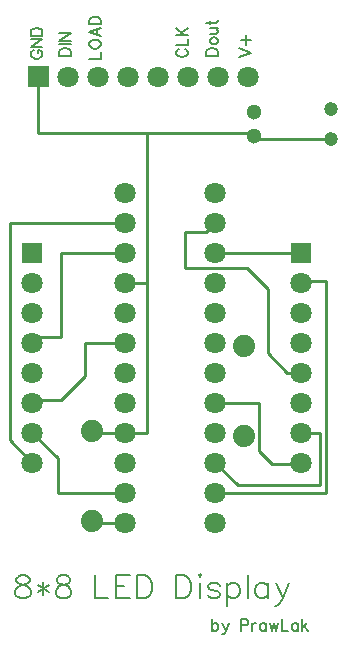
<source format=gtl>
G04 Layer: TopLayer*
G04 EasyEDA v6.5.9, 2022-08-12 00:02:45*
G04 2a9479771ff5440bbc068576edc866e0,fa163e59c691420ea6e3b66f1dbf35ee,10*
G04 Gerber Generator version 0.2*
G04 Scale: 100 percent, Rotated: No, Reflected: No *
G04 Dimensions in millimeters *
G04 leading zeros omitted , absolute positions ,4 integer and 5 decimal *
%FSLAX45Y45*%
%MOMM*%

%ADD10C,0.2050*%
%ADD11C,0.2032*%
%ADD12C,0.2540*%
%ADD13R,1.8000X1.8000*%
%ADD14C,1.8000*%
%ADD15C,1.3000*%
%ADD16C,1.1938*%
%ADD17C,1.8796*%
%ADD18C,1.5240*%
%ADD19C,0.0114*%

%LPD*%
D10*
X2192522Y5805683D02*
G01*
X2164836Y5796539D01*
X2155438Y5777997D01*
X2155438Y5759455D01*
X2164836Y5741167D01*
X2183124Y5731769D01*
X2220208Y5722625D01*
X2247894Y5713481D01*
X2266436Y5694939D01*
X2275580Y5676397D01*
X2275580Y5648711D01*
X2266436Y5630169D01*
X2257038Y5621025D01*
X2229352Y5611881D01*
X2192522Y5611881D01*
X2164836Y5621025D01*
X2155438Y5630169D01*
X2146294Y5648711D01*
X2146294Y5676397D01*
X2155438Y5694939D01*
X2173980Y5713481D01*
X2201666Y5722625D01*
X2238750Y5731769D01*
X2257038Y5741167D01*
X2266436Y5759455D01*
X2266436Y5777997D01*
X2257038Y5796539D01*
X2229352Y5805683D01*
X2192522Y5805683D01*
X2382768Y5750311D02*
G01*
X2382768Y5639567D01*
X2336540Y5722625D02*
G01*
X2428996Y5667253D01*
X2428996Y5722625D02*
G01*
X2336540Y5667253D01*
X2536184Y5805683D02*
G01*
X2508244Y5796539D01*
X2499100Y5777997D01*
X2499100Y5759455D01*
X2508244Y5741167D01*
X2526786Y5731769D01*
X2563870Y5722625D01*
X2591556Y5713481D01*
X2609844Y5694939D01*
X2619242Y5676397D01*
X2619242Y5648711D01*
X2609844Y5630169D01*
X2600700Y5621025D01*
X2573014Y5611881D01*
X2536184Y5611881D01*
X2508244Y5621025D01*
X2499100Y5630169D01*
X2489956Y5648711D01*
X2489956Y5676397D01*
X2499100Y5694939D01*
X2517642Y5713481D01*
X2545328Y5722625D01*
X2582158Y5731769D01*
X2600700Y5741167D01*
X2609844Y5759455D01*
X2609844Y5777997D01*
X2600700Y5796539D01*
X2573014Y5805683D01*
X2536184Y5805683D01*
X2822442Y5805683D02*
G01*
X2822442Y5611881D01*
X2822442Y5611881D02*
G01*
X2933186Y5611881D01*
X2994146Y5805683D02*
G01*
X2994146Y5611881D01*
X2994146Y5805683D02*
G01*
X3114288Y5805683D01*
X2994146Y5713481D02*
G01*
X3068060Y5713481D01*
X2994146Y5611881D02*
G01*
X3114288Y5611881D01*
X3175248Y5805683D02*
G01*
X3175248Y5611881D01*
X3175248Y5805683D02*
G01*
X3239764Y5805683D01*
X3267704Y5796539D01*
X3285992Y5777997D01*
X3295390Y5759455D01*
X3304534Y5731769D01*
X3304534Y5685795D01*
X3295390Y5657855D01*
X3285992Y5639567D01*
X3267704Y5621025D01*
X3239764Y5611881D01*
X3175248Y5611881D01*
X3507734Y5805683D02*
G01*
X3507734Y5611881D01*
X3507734Y5805683D02*
G01*
X3572504Y5805683D01*
X3600190Y5796539D01*
X3618478Y5777997D01*
X3627876Y5759455D01*
X3637020Y5731769D01*
X3637020Y5685795D01*
X3627876Y5657855D01*
X3618478Y5639567D01*
X3600190Y5621025D01*
X3572504Y5611881D01*
X3507734Y5611881D01*
X3697980Y5805683D02*
G01*
X3707124Y5796539D01*
X3716522Y5805683D01*
X3707124Y5815081D01*
X3697980Y5805683D01*
X3707124Y5741167D02*
G01*
X3707124Y5611881D01*
X3879082Y5713481D02*
G01*
X3869684Y5731769D01*
X3841998Y5741167D01*
X3814312Y5741167D01*
X3786626Y5731769D01*
X3777482Y5713481D01*
X3786626Y5694939D01*
X3805168Y5685795D01*
X3851396Y5676397D01*
X3869684Y5667253D01*
X3879082Y5648711D01*
X3879082Y5639567D01*
X3869684Y5621025D01*
X3841998Y5611881D01*
X3814312Y5611881D01*
X3786626Y5621025D01*
X3777482Y5639567D01*
X3940042Y5741167D02*
G01*
X3940042Y5547111D01*
X3940042Y5713481D02*
G01*
X3958584Y5731769D01*
X3976872Y5741167D01*
X4004558Y5741167D01*
X4023100Y5731769D01*
X4041642Y5713481D01*
X4050786Y5685795D01*
X4050786Y5667253D01*
X4041642Y5639567D01*
X4023100Y5621025D01*
X4004558Y5611881D01*
X3976872Y5611881D01*
X3958584Y5621025D01*
X3940042Y5639567D01*
X4111746Y5805683D02*
G01*
X4111746Y5611881D01*
X4283704Y5741167D02*
G01*
X4283704Y5611881D01*
X4283704Y5713481D02*
G01*
X4265162Y5731769D01*
X4246620Y5741167D01*
X4218934Y5741167D01*
X4200392Y5731769D01*
X4182104Y5713481D01*
X4172706Y5685795D01*
X4172706Y5667253D01*
X4182104Y5639567D01*
X4200392Y5621025D01*
X4218934Y5611881D01*
X4246620Y5611881D01*
X4265162Y5621025D01*
X4283704Y5639567D01*
X4353808Y5741167D02*
G01*
X4409180Y5611881D01*
X4464552Y5741167D02*
G01*
X4409180Y5611881D01*
X4390638Y5574797D01*
X4372350Y5556255D01*
X4353808Y5547111D01*
X4344664Y5547111D01*
D11*
X3809994Y5434843D02*
G01*
X3809994Y5339339D01*
X3809994Y5389377D02*
G01*
X3819138Y5398521D01*
X3828282Y5403093D01*
X3841744Y5403093D01*
X3850888Y5398521D01*
X3860032Y5389377D01*
X3864604Y5375915D01*
X3864604Y5366771D01*
X3860032Y5353055D01*
X3850888Y5343911D01*
X3841744Y5339339D01*
X3828282Y5339339D01*
X3819138Y5343911D01*
X3809994Y5353055D01*
X3899148Y5403093D02*
G01*
X3926326Y5339339D01*
X3953504Y5403093D02*
G01*
X3926326Y5339339D01*
X3917182Y5321305D01*
X3908292Y5312161D01*
X3899148Y5307589D01*
X3894576Y5307589D01*
X4053580Y5434843D02*
G01*
X4053580Y5339339D01*
X4053580Y5434843D02*
G01*
X4094474Y5434843D01*
X4108190Y5430271D01*
X4112762Y5425699D01*
X4117334Y5416809D01*
X4117334Y5403093D01*
X4112762Y5393949D01*
X4108190Y5389377D01*
X4094474Y5384805D01*
X4053580Y5384805D01*
X4147306Y5403093D02*
G01*
X4147306Y5339339D01*
X4147306Y5375915D02*
G01*
X4151878Y5389377D01*
X4161022Y5398521D01*
X4169912Y5403093D01*
X4183628Y5403093D01*
X4268210Y5403093D02*
G01*
X4268210Y5339339D01*
X4268210Y5389377D02*
G01*
X4259066Y5398521D01*
X4249922Y5403093D01*
X4236460Y5403093D01*
X4227316Y5398521D01*
X4218172Y5389377D01*
X4213600Y5375915D01*
X4213600Y5366771D01*
X4218172Y5353055D01*
X4227316Y5343911D01*
X4236460Y5339339D01*
X4249922Y5339339D01*
X4259066Y5343911D01*
X4268210Y5353055D01*
X4298182Y5403093D02*
G01*
X4316470Y5339339D01*
X4334504Y5403093D02*
G01*
X4316470Y5339339D01*
X4334504Y5403093D02*
G01*
X4352792Y5339339D01*
X4370826Y5403093D02*
G01*
X4352792Y5339339D01*
X4400798Y5434843D02*
G01*
X4400798Y5339339D01*
X4400798Y5339339D02*
G01*
X4455408Y5339339D01*
X4539990Y5403093D02*
G01*
X4539990Y5339339D01*
X4539990Y5389377D02*
G01*
X4530846Y5398521D01*
X4521702Y5403093D01*
X4508240Y5403093D01*
X4499096Y5398521D01*
X4489952Y5389377D01*
X4485380Y5375915D01*
X4485380Y5366771D01*
X4489952Y5353055D01*
X4499096Y5343911D01*
X4508240Y5339339D01*
X4521702Y5339339D01*
X4530846Y5343911D01*
X4539990Y5353055D01*
X4569962Y5434843D02*
G01*
X4569962Y5339339D01*
X4615428Y5403093D02*
G01*
X4569962Y5357627D01*
X4588250Y5375915D02*
G01*
X4620000Y5339339D01*
X2299962Y10250563D02*
G01*
X2290818Y10246245D01*
X2281928Y10237101D01*
X2277356Y10227957D01*
X2277356Y10209669D01*
X2281928Y10200779D01*
X2290818Y10191635D01*
X2299962Y10187063D01*
X2313678Y10182491D01*
X2336284Y10182491D01*
X2350000Y10187063D01*
X2359144Y10191635D01*
X2368288Y10200779D01*
X2372860Y10209669D01*
X2372860Y10227957D01*
X2368288Y10237101D01*
X2359144Y10246245D01*
X2350000Y10250563D01*
X2336284Y10250563D01*
X2336284Y10227957D02*
G01*
X2336284Y10250563D01*
X2277356Y10280789D02*
G01*
X2372860Y10280789D01*
X2277356Y10280789D02*
G01*
X2372860Y10344289D01*
X2277356Y10344289D02*
G01*
X2372860Y10344289D01*
X2277356Y10374261D02*
G01*
X2372860Y10374261D01*
X2277356Y10374261D02*
G01*
X2277356Y10406011D01*
X2281928Y10419727D01*
X2290818Y10428871D01*
X2299962Y10433443D01*
X2313678Y10438015D01*
X2336284Y10438015D01*
X2350000Y10433443D01*
X2359144Y10428871D01*
X2368288Y10419727D01*
X2372860Y10406011D01*
X2372860Y10374261D01*
X2518656Y10207891D02*
G01*
X2614160Y10207891D01*
X2518656Y10207891D02*
G01*
X2518656Y10239641D01*
X2523228Y10253357D01*
X2532118Y10262501D01*
X2541262Y10267073D01*
X2554978Y10271645D01*
X2577584Y10271645D01*
X2591300Y10267073D01*
X2600444Y10262501D01*
X2609588Y10253357D01*
X2614160Y10239641D01*
X2614160Y10207891D01*
X2518656Y10301617D02*
G01*
X2614160Y10301617D01*
X2518656Y10331589D02*
G01*
X2614160Y10331589D01*
X2518656Y10331589D02*
G01*
X2614160Y10395089D01*
X2518656Y10395089D02*
G01*
X2614160Y10395089D01*
X4042656Y10195191D02*
G01*
X4138160Y10231513D01*
X4042656Y10267835D02*
G01*
X4138160Y10231513D01*
X4056118Y10338701D02*
G01*
X4138160Y10338701D01*
X4097012Y10297807D02*
G01*
X4097012Y10379849D01*
X3763256Y10207891D02*
G01*
X3858760Y10207891D01*
X3763256Y10207891D02*
G01*
X3763256Y10239641D01*
X3767828Y10253357D01*
X3776718Y10262501D01*
X3785862Y10267073D01*
X3799578Y10271645D01*
X3822184Y10271645D01*
X3835900Y10267073D01*
X3845044Y10262501D01*
X3854188Y10253357D01*
X3858760Y10239641D01*
X3858760Y10207891D01*
X3795006Y10324223D02*
G01*
X3799578Y10315079D01*
X3808722Y10306189D01*
X3822184Y10301617D01*
X3831328Y10301617D01*
X3845044Y10306189D01*
X3854188Y10315079D01*
X3858760Y10324223D01*
X3858760Y10337939D01*
X3854188Y10347083D01*
X3845044Y10355973D01*
X3831328Y10360545D01*
X3822184Y10360545D01*
X3808722Y10355973D01*
X3799578Y10347083D01*
X3795006Y10337939D01*
X3795006Y10324223D01*
X3795006Y10390517D02*
G01*
X3840472Y10390517D01*
X3854188Y10395089D01*
X3858760Y10404233D01*
X3858760Y10417949D01*
X3854188Y10427093D01*
X3840472Y10440555D01*
X3795006Y10440555D02*
G01*
X3858760Y10440555D01*
X3763256Y10484243D02*
G01*
X3840472Y10484243D01*
X3854188Y10488815D01*
X3858760Y10497959D01*
X3858760Y10507103D01*
X3795006Y10470527D02*
G01*
X3795006Y10502531D01*
X3531862Y10263263D02*
G01*
X3522718Y10258945D01*
X3513828Y10249801D01*
X3509256Y10240657D01*
X3509256Y10222369D01*
X3513828Y10213479D01*
X3522718Y10204335D01*
X3531862Y10199763D01*
X3545578Y10195191D01*
X3568184Y10195191D01*
X3581900Y10199763D01*
X3591044Y10204335D01*
X3600188Y10213479D01*
X3604760Y10222369D01*
X3604760Y10240657D01*
X3600188Y10249801D01*
X3591044Y10258945D01*
X3581900Y10263263D01*
X3509256Y10293489D02*
G01*
X3604760Y10293489D01*
X3604760Y10293489D02*
G01*
X3604760Y10347845D01*
X3509256Y10377817D02*
G01*
X3604760Y10377817D01*
X3509256Y10441571D02*
G01*
X3572756Y10377817D01*
X3550150Y10400677D02*
G01*
X3604760Y10441571D01*
X2772656Y10182491D02*
G01*
X2868160Y10182491D01*
X2868160Y10182491D02*
G01*
X2868160Y10237101D01*
X2772656Y10294251D02*
G01*
X2777228Y10285107D01*
X2786118Y10276217D01*
X2795262Y10271645D01*
X2808978Y10267073D01*
X2831584Y10267073D01*
X2845300Y10271645D01*
X2854444Y10276217D01*
X2863588Y10285107D01*
X2868160Y10294251D01*
X2868160Y10312539D01*
X2863588Y10321683D01*
X2854444Y10330573D01*
X2845300Y10335145D01*
X2831584Y10339717D01*
X2808978Y10339717D01*
X2795262Y10335145D01*
X2786118Y10330573D01*
X2777228Y10321683D01*
X2772656Y10312539D01*
X2772656Y10294251D01*
X2772656Y10406011D02*
G01*
X2868160Y10369689D01*
X2772656Y10406011D02*
G01*
X2868160Y10442587D01*
X2836156Y10383405D02*
G01*
X2836156Y10428871D01*
X2772656Y10472559D02*
G01*
X2868160Y10472559D01*
X2772656Y10472559D02*
G01*
X2772656Y10504309D01*
X2777228Y10518025D01*
X2786118Y10526915D01*
X2795262Y10531487D01*
X2808978Y10536059D01*
X2831584Y10536059D01*
X2845300Y10531487D01*
X2854444Y10526915D01*
X2863588Y10518025D01*
X2868160Y10504309D01*
X2868160Y10472559D01*
D12*
X4562210Y8537691D02*
G01*
X3838310Y8537691D01*
X4562210Y7013691D02*
G01*
X4727310Y7013691D01*
X4727310Y6569191D01*
X4028810Y6569191D01*
X3838310Y6759691D01*
X3838310Y6505691D02*
G01*
X4778110Y6505691D01*
X4778110Y8296391D01*
X4574910Y8296391D01*
X4562210Y8283691D01*
X3076310Y7775691D02*
G01*
X2733410Y7775691D01*
X2733410Y7496291D01*
X2530210Y7293091D01*
X2314310Y7293091D01*
X2288910Y7267691D01*
X3076310Y6505691D02*
G01*
X2504810Y6505691D01*
X2504810Y6797791D01*
X2288910Y7013691D01*
X3076310Y8537691D02*
G01*
X2530210Y8537691D01*
X2530210Y7826491D01*
X2339710Y7826491D01*
X2288910Y7775691D01*
X3076310Y8791691D02*
G01*
X2098410Y8791691D01*
X2098410Y6950191D01*
X2288910Y6759691D01*
X3838310Y7267691D02*
G01*
X4206610Y7267691D01*
X4206610Y6861291D01*
X4320910Y6746991D01*
X4549510Y6746991D01*
X4562210Y6759691D01*
X3076310Y6251691D02*
G01*
X2809610Y6251691D01*
X2796910Y6264391D01*
X3076310Y7013691D02*
G01*
X2809610Y7013691D01*
X2796910Y7026391D01*
X4816210Y9502891D02*
G01*
X4195511Y9502891D01*
X4168510Y9529892D01*
X4562210Y7521691D02*
G01*
X4447910Y7521691D01*
X4282810Y7686791D01*
X4282810Y8232891D01*
X4105010Y8410691D01*
X3584310Y8410691D01*
X3584310Y8715491D01*
X3762110Y8715491D01*
X3838310Y8791691D01*
X2340094Y10030091D02*
G01*
X2340094Y9550400D01*
X4140200Y9550400D01*
X3076308Y7013694D02*
G01*
X3263900Y7013694D01*
X3263900Y9550400D01*
X3076308Y8283694D02*
G01*
X3263900Y8283694D01*
D13*
G01*
X2288895Y8537702D03*
D14*
G01*
X2288895Y8283702D03*
G01*
X2288895Y8029702D03*
G01*
X2288895Y7775702D03*
G01*
X2288895Y7521702D03*
G01*
X2288895Y7267702D03*
G01*
X2288895Y7013702D03*
G01*
X2288895Y6759702D03*
D13*
G01*
X4562220Y8537702D03*
D14*
G01*
X4562220Y8283702D03*
G01*
X4562220Y8029702D03*
G01*
X4562220Y7775702D03*
G01*
X4562220Y7521702D03*
G01*
X4562220Y7267702D03*
G01*
X4562220Y7013702D03*
G01*
X4562220Y6759702D03*
G36*
X2250094Y10120091D02*
G01*
X2430094Y10120091D01*
X2430094Y9940091D01*
X2250094Y9940091D01*
G37*
G01*
X2594102Y10030079D03*
G01*
X2848102Y10030079D03*
G01*
X3102102Y10030079D03*
G01*
X3356102Y10030079D03*
G01*
X3610102Y10030079D03*
G01*
X3864102Y10030079D03*
G01*
X4118102Y10030079D03*
D15*
G01*
X4168495Y9729901D03*
G01*
X4168495Y9529902D03*
D16*
G01*
X4816220Y9502902D03*
G01*
X4816220Y9756902D03*
D17*
G01*
X4079595Y6988302D03*
G01*
X4079595Y7750302D03*
G01*
X2796895Y7026402D03*
G01*
X2796895Y6264402D03*
D14*
G01*
X3076295Y9045702D03*
G01*
X3076295Y8791702D03*
G01*
X3076295Y7521702D03*
G01*
X3076295Y7267702D03*
G01*
X3076295Y8537702D03*
G01*
X3076295Y8283702D03*
G01*
X3076295Y7775702D03*
G01*
X3076295Y8029702D03*
G01*
X3076295Y7013702D03*
G01*
X3076295Y6759702D03*
G01*
X3076295Y6505702D03*
G01*
X3076295Y6251702D03*
G01*
X3838295Y6251702D03*
G01*
X3838295Y6505702D03*
G01*
X3838295Y6759702D03*
G01*
X3838295Y7013702D03*
G01*
X3838295Y7267702D03*
G01*
X3838295Y7521702D03*
G01*
X3838295Y7775702D03*
G01*
X3838295Y8029702D03*
G01*
X3838295Y8283702D03*
G01*
X3838295Y8537702D03*
G01*
X3838295Y8791702D03*
G01*
X3838295Y9045702D03*
D18*
G01*
X4562220Y7267702D03*
M02*

</source>
